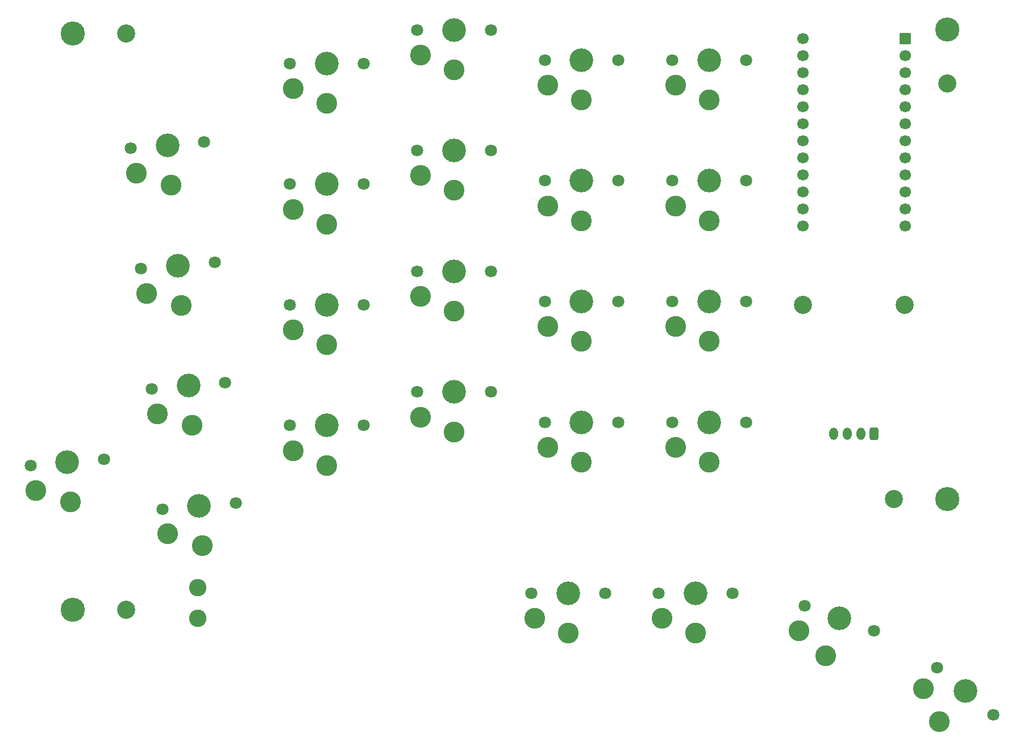
<source format=gts>
G04 #@! TF.GenerationSoftware,KiCad,Pcbnew,8.0.5*
G04 #@! TF.CreationDate,2024-11-21T22:09:12+01:00*
G04 #@! TF.ProjectId,stellar,7374656c-6c61-4722-9e6b-696361645f70,rev?*
G04 #@! TF.SameCoordinates,Original*
G04 #@! TF.FileFunction,Soldermask,Top*
G04 #@! TF.FilePolarity,Negative*
%FSLAX46Y46*%
G04 Gerber Fmt 4.6, Leading zero omitted, Abs format (unit mm)*
G04 Created by KiCad (PCBNEW 8.0.5) date 2024-11-21 22:09:12*
%MOMM*%
%LPD*%
G01*
G04 APERTURE LIST*
G04 Aperture macros list*
%AMRoundRect*
0 Rectangle with rounded corners*
0 $1 Rounding radius*
0 $2 $3 $4 $5 $6 $7 $8 $9 X,Y pos of 4 corners*
0 Add a 4 corners polygon primitive as box body*
4,1,4,$2,$3,$4,$5,$6,$7,$8,$9,$2,$3,0*
0 Add four circle primitives for the rounded corners*
1,1,$1+$1,$2,$3*
1,1,$1+$1,$4,$5*
1,1,$1+$1,$6,$7*
1,1,$1+$1,$8,$9*
0 Add four rect primitives between the rounded corners*
20,1,$1+$1,$2,$3,$4,$5,0*
20,1,$1+$1,$4,$5,$6,$7,0*
20,1,$1+$1,$6,$7,$8,$9,0*
20,1,$1+$1,$8,$9,$2,$3,0*%
G04 Aperture macros list end*
%ADD10C,1.801800*%
%ADD11C,3.100000*%
%ADD12C,3.529000*%
%ADD13C,3.600000*%
%ADD14RoundRect,0.270833X0.379167X0.654167X-0.379167X0.654167X-0.379167X-0.654167X0.379167X-0.654167X0*%
%ADD15O,1.300000X1.850000*%
%ADD16C,2.600000*%
%ADD17C,2.700000*%
%ADD18RoundRect,0.050000X-0.800000X0.800000X-0.800000X-0.800000X0.800000X-0.800000X0.800000X0.800000X0*%
%ADD19C,1.700000*%
G04 APERTURE END LIST*
D10*
X162548634Y-64297840D03*
D11*
X157048634Y-70247840D03*
D12*
X157048634Y-64297840D03*
D11*
X152048634Y-68047840D03*
D10*
X151548634Y-64297840D03*
D13*
X81203100Y-42323600D03*
X211541800Y-41774900D03*
D10*
X124548634Y-100797840D03*
D11*
X119048634Y-106747840D03*
D12*
X119048634Y-100797840D03*
D11*
X114048634Y-104547840D03*
D10*
X113548634Y-100797840D03*
X124548634Y-82797840D03*
D11*
X119048634Y-88747840D03*
D12*
X119048634Y-82797840D03*
D11*
X114048634Y-86547840D03*
D10*
X113548634Y-82797840D03*
X162548634Y-100297840D03*
D11*
X157048634Y-106247840D03*
D12*
X157048634Y-100297840D03*
D11*
X152048634Y-104047840D03*
D10*
X151548634Y-100297840D03*
D14*
X200630000Y-102034193D03*
D15*
X198630000Y-102034193D03*
X196630000Y-102034193D03*
X194630000Y-102034193D03*
D10*
X181548634Y-82297840D03*
D11*
X176048634Y-88247840D03*
D12*
X176048634Y-82297840D03*
D11*
X171048634Y-86047840D03*
D10*
X170548634Y-82297840D03*
D16*
X99892802Y-129527605D03*
D10*
X85885329Y-105805645D03*
D11*
X80924835Y-112212360D03*
D12*
X80406258Y-106285002D03*
D11*
X75752119Y-110456511D03*
D10*
X74927187Y-106764359D03*
D13*
X81203100Y-128293600D03*
X211541800Y-111774900D03*
D10*
X181548634Y-100297840D03*
D11*
X176048634Y-106247840D03*
D12*
X176048634Y-100297840D03*
D11*
X171048634Y-104047840D03*
D10*
X170548634Y-100297840D03*
X124548634Y-46797840D03*
D11*
X119048634Y-52747840D03*
D12*
X119048634Y-46797840D03*
D11*
X114048634Y-50547840D03*
D10*
X113548634Y-46797840D03*
X181548634Y-46297840D03*
D11*
X176048634Y-52247840D03*
D12*
X176048634Y-46297840D03*
D11*
X171048634Y-50047840D03*
D10*
X170548634Y-46297840D03*
X100821296Y-58523968D03*
D11*
X95860802Y-64930683D03*
D12*
X95342225Y-59003325D03*
D11*
X90688086Y-63174834D03*
D10*
X89863154Y-59482682D03*
X143548634Y-41797840D03*
D11*
X138048634Y-47747840D03*
D12*
X138048634Y-41797840D03*
D11*
X133048634Y-45547840D03*
D10*
X132548634Y-41797840D03*
X218424957Y-143951337D03*
D11*
X210387127Y-144973969D03*
D12*
X214211713Y-140416005D03*
D11*
X207971037Y-140074734D03*
D10*
X209998469Y-136880673D03*
X124548634Y-64797840D03*
D11*
X119048634Y-70747840D03*
D12*
X119048634Y-64797840D03*
D11*
X114048634Y-68547840D03*
D10*
X113548634Y-64797840D03*
X162548634Y-46297840D03*
D11*
X157048634Y-52247840D03*
D12*
X157048634Y-46297840D03*
D11*
X152048634Y-50047840D03*
D10*
X151548634Y-46297840D03*
D16*
X99892802Y-124977605D03*
D10*
X160548634Y-125797840D03*
D11*
X155048634Y-131747840D03*
D12*
X155048634Y-125797840D03*
D11*
X150048634Y-129547840D03*
D10*
X149548634Y-125797840D03*
X179548634Y-125797840D03*
D11*
X174048634Y-131747840D03*
D12*
X174048634Y-125797840D03*
D11*
X169048634Y-129547840D03*
D10*
X168548634Y-125797840D03*
X102390099Y-76455473D03*
D11*
X97429605Y-82862188D03*
D12*
X96911028Y-76934830D03*
D11*
X92256889Y-81106339D03*
D10*
X91431957Y-77414187D03*
X200587271Y-131447116D03*
D11*
X193383942Y-135157176D03*
D12*
X195418962Y-129566005D03*
D11*
X189437923Y-131379752D03*
D10*
X190250653Y-127684894D03*
X143548634Y-77797840D03*
D11*
X138048634Y-83747840D03*
D12*
X138048634Y-77797840D03*
D11*
X133048634Y-81547840D03*
D10*
X132548634Y-77797840D03*
X103958902Y-94386978D03*
D11*
X98998408Y-100793693D03*
D12*
X98479831Y-94866335D03*
D11*
X93825692Y-99037844D03*
D10*
X93000760Y-95345692D03*
X162548634Y-82297840D03*
D11*
X157048634Y-88247840D03*
D12*
X157048634Y-82297840D03*
D11*
X152048634Y-86047840D03*
D10*
X151548634Y-82297840D03*
X105527705Y-112318483D03*
D11*
X100567211Y-118725198D03*
D12*
X100048634Y-112797840D03*
D11*
X95394495Y-116969349D03*
D10*
X94569563Y-113277197D03*
X181548634Y-64297840D03*
D11*
X176048634Y-70247840D03*
D12*
X176048634Y-64297840D03*
D11*
X171048634Y-68047840D03*
D10*
X170548634Y-64297840D03*
X143548634Y-95797840D03*
D11*
X138048634Y-101747840D03*
D12*
X138048634Y-95797840D03*
D11*
X133048634Y-99547840D03*
D10*
X132548634Y-95797840D03*
X143548634Y-59797840D03*
D11*
X138048634Y-65747840D03*
D12*
X138048634Y-59797840D03*
D11*
X133048634Y-63547840D03*
D10*
X132548634Y-59797840D03*
D17*
X190003100Y-82775693D03*
X89203100Y-128293600D03*
D18*
X205250000Y-43064193D03*
D19*
X205250000Y-45604193D03*
X205250000Y-48144193D03*
X205250000Y-50684193D03*
X205250000Y-53224193D03*
X205250000Y-55764193D03*
X205250000Y-58304193D03*
X205250000Y-60844193D03*
X205250000Y-63384193D03*
X205250000Y-65924193D03*
X205250000Y-68464193D03*
X205250000Y-71004193D03*
X190010000Y-71004193D03*
X190010000Y-68464193D03*
X190010000Y-65924193D03*
X190010000Y-63384193D03*
X190010000Y-60844193D03*
X190010000Y-58304193D03*
X190010000Y-55764193D03*
X190010000Y-53224193D03*
X190010000Y-50684193D03*
X190010000Y-48144193D03*
X190010000Y-45604193D03*
X190010000Y-43064193D03*
D17*
X205203100Y-82775693D03*
X203541800Y-111774900D03*
X211541800Y-49774900D03*
X89203100Y-42323600D03*
M02*

</source>
